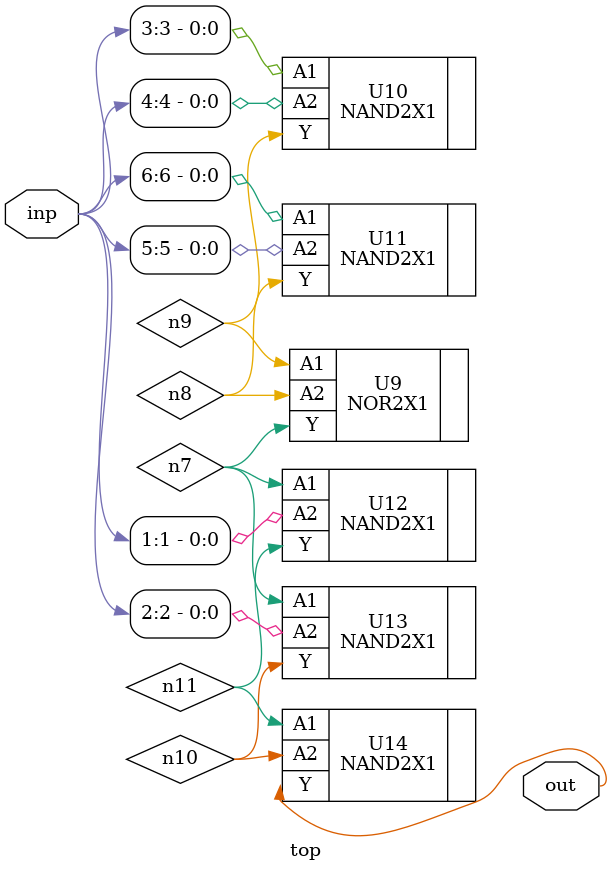
<source format=sv>


module top ( inp, out );
  input [6:0] inp;
  output out;
  wire   n7, n8, n9, n10, n11;

  NOR2X1 U9 ( .A1(n9), .A2(n8), .Y(n7) );
  NAND2X1 U10 ( .A1(inp[3]), .A2(inp[4]), .Y(n9) );
  NAND2X1 U11 ( .A1(inp[6]), .A2(inp[5]), .Y(n8) );
  NAND2X1 U12 ( .A1(n7), .A2(inp[1]), .Y(n11) );
  NAND2X1 U13 ( .A1(n7), .A2(inp[2]), .Y(n10) );
  NAND2X1 U14 ( .A1(n11), .A2(n10), .Y(out) );
endmodule


</source>
